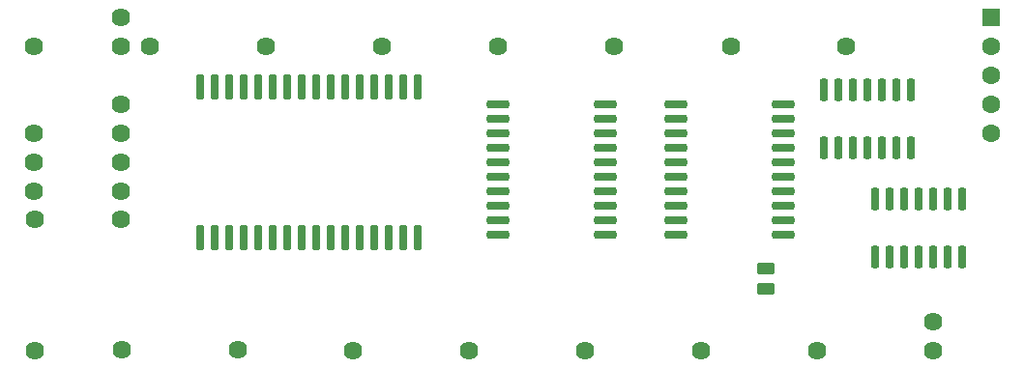
<source format=gts>
G04 DipTrace 5.0.0.1*
G04 mem-ext-512-sip.GTS*
%MOIN*%
G04 #@! TF.FileFunction,Soldermask,Top*
G04 #@! TF.Part,Single*
%AMOUTLINE19*
4,1,28,
-0.006428,0.042717,
0.006428,0.042717,
0.008545,0.042438,
0.010638,0.041571,
0.012436,0.040192,
0.013815,0.038394,
0.014682,0.036301,
0.014961,0.034184,
0.014961,-0.034184,
0.014682,-0.036301,
0.013815,-0.038394,
0.012436,-0.040192,
0.010638,-0.041571,
0.008545,-0.042438,
0.006428,-0.042717,
-0.006428,-0.042717,
-0.008545,-0.042438,
-0.010638,-0.041571,
-0.012436,-0.040192,
-0.013815,-0.038394,
-0.014682,-0.036301,
-0.014961,-0.034184,
-0.014961,0.034184,
-0.014682,0.036301,
-0.013815,0.038394,
-0.012436,0.040192,
-0.010638,0.041571,
-0.008545,0.042438,
-0.006428,0.042717,
0*%
%AMOUTLINE22*
4,1,28,
0.006428,-0.042717,
-0.006428,-0.042717,
-0.008545,-0.042438,
-0.010638,-0.041571,
-0.012436,-0.040192,
-0.013815,-0.038394,
-0.014682,-0.036301,
-0.014961,-0.034184,
-0.014961,0.034184,
-0.014682,0.036301,
-0.013815,0.038394,
-0.012436,0.040192,
-0.010638,0.041571,
-0.008545,0.042438,
-0.006428,0.042717,
0.006428,0.042717,
0.008545,0.042438,
0.010638,0.041571,
0.012436,0.040192,
0.013815,0.038394,
0.014682,0.036301,
0.014961,0.034184,
0.014961,-0.034184,
0.014682,-0.036301,
0.013815,-0.038394,
0.012436,-0.040192,
0.010638,-0.041571,
0.008545,-0.042438,
0.006428,-0.042717,
0*%
%AMOUTLINE25*
4,1,28,
0.038386,0.006428,
0.038386,-0.006428,
0.038121,-0.008443,
0.037293,-0.010442,
0.035976,-0.012157,
0.03426,-0.013474,
0.032262,-0.014302,
0.030247,-0.014567,
-0.030247,-0.014567,
-0.032262,-0.014302,
-0.03426,-0.013474,
-0.035976,-0.012157,
-0.037293,-0.010442,
-0.038121,-0.008443,
-0.038386,-0.006428,
-0.038386,0.006428,
-0.038121,0.008443,
-0.037293,0.010442,
-0.035976,0.012157,
-0.03426,0.013474,
-0.032262,0.014302,
-0.030247,0.014567,
0.030247,0.014567,
0.032262,0.014302,
0.03426,0.013474,
0.035976,0.012157,
0.037293,0.010442,
0.038121,0.008443,
0.038386,0.006428,
0*%
%AMOUTLINE28*
4,1,28,
-0.038386,-0.006428,
-0.038386,0.006428,
-0.038121,0.008443,
-0.037293,0.010442,
-0.035976,0.012157,
-0.03426,0.013474,
-0.032262,0.014302,
-0.030247,0.014567,
0.030247,0.014567,
0.032262,0.014302,
0.03426,0.013474,
0.035976,0.012157,
0.037293,0.010442,
0.038121,0.008443,
0.038386,0.006428,
0.038386,-0.006428,
0.038121,-0.008443,
0.037293,-0.010442,
0.035976,-0.012157,
0.03426,-0.013474,
0.032262,-0.014302,
0.030247,-0.014567,
-0.030247,-0.014567,
-0.032262,-0.014302,
-0.03426,-0.013474,
-0.035976,-0.012157,
-0.037293,-0.010442,
-0.038121,-0.008443,
-0.038386,-0.006428,
0*%
%AMOUTLINE31*
4,1,28,
0.038386,0.00643,
0.038386,-0.006427,
0.038121,-0.008442,
0.037293,-0.01044,
0.035977,-0.012156,
0.034261,-0.013472,
0.032263,-0.0143,
0.030248,-0.014566,
-0.030247,-0.014568,
-0.032262,-0.014303,
-0.03426,-0.013475,
-0.035976,-0.012159,
-0.037292,-0.010443,
-0.03812,-0.008445,
-0.038386,-0.00643,
-0.038386,0.006427,
-0.038121,0.008442,
-0.037293,0.01044,
-0.035977,0.012156,
-0.034261,0.013472,
-0.032263,0.0143,
-0.030248,0.014566,
0.030247,0.014568,
0.032262,0.014303,
0.03426,0.013475,
0.035976,0.012159,
0.037292,0.010443,
0.03812,0.008445,
0.038386,0.00643,
0*%
%AMOUTLINE34*
4,1,28,
-0.038386,-0.00643,
-0.038386,0.006427,
-0.038121,0.008442,
-0.037293,0.01044,
-0.035977,0.012156,
-0.034261,0.013472,
-0.032263,0.0143,
-0.030248,0.014566,
0.030247,0.014568,
0.032262,0.014303,
0.03426,0.013475,
0.035976,0.012159,
0.037292,0.010443,
0.03812,0.008445,
0.038386,0.00643,
0.038386,-0.006427,
0.038121,-0.008442,
0.037293,-0.01044,
0.035977,-0.012156,
0.034261,-0.013472,
0.032263,-0.0143,
0.030248,-0.014566,
-0.030247,-0.014568,
-0.032262,-0.014303,
-0.03426,-0.013475,
-0.035976,-0.012159,
-0.037292,-0.010443,
-0.03812,-0.008445,
-0.038386,-0.00643,
0*%
%AMOUTLINE37*
4,1,28,
-0.006628,0.038385,
0.006622,0.038386,
0.008637,0.038121,
0.010636,0.037294,
0.012352,0.035977,
0.013668,0.034261,
0.014496,0.032263,
0.014762,0.030248,
0.014766,-0.030246,
0.014501,-0.032261,
0.013673,-0.034259,
0.012357,-0.035975,
0.010641,-0.037292,
0.008643,-0.03812,
0.006628,-0.038385,
-0.006622,-0.038386,
-0.008637,-0.038121,
-0.010636,-0.037294,
-0.012352,-0.035977,
-0.013668,-0.034261,
-0.014496,-0.032263,
-0.014762,-0.030248,
-0.014766,0.030246,
-0.014501,0.032261,
-0.013673,0.034259,
-0.012357,0.035975,
-0.010641,0.037292,
-0.008643,0.03812,
-0.006628,0.038385,
0*%
%AMOUTLINE40*
4,1,28,
0.006628,-0.038385,
-0.006622,-0.038386,
-0.008637,-0.038121,
-0.010636,-0.037294,
-0.012352,-0.035977,
-0.013668,-0.034261,
-0.014496,-0.032263,
-0.014762,-0.030248,
-0.014766,0.030246,
-0.014501,0.032261,
-0.013673,0.034259,
-0.012357,0.035975,
-0.010641,0.037292,
-0.008643,0.03812,
-0.006628,0.038385,
0.006622,0.038386,
0.008637,0.038121,
0.010636,0.037294,
0.012352,0.035977,
0.013668,0.034261,
0.014496,0.032263,
0.014762,0.030248,
0.014766,-0.030246,
0.014501,-0.032261,
0.013673,-0.034259,
0.012357,-0.035975,
0.010641,-0.037292,
0.008643,-0.03812,
0.006628,-0.038385,
0*%
%AMOUTLINE43*
4,1,28,
-0.029921,-0.009579,
-0.029922,0.009577,
-0.029536,0.012509,
-0.028354,0.015362,
-0.026474,0.017812,
-0.024025,0.019691,
-0.021172,0.020873,
-0.01824,0.021259,
0.018239,0.02126,
0.021171,0.020874,
0.024024,0.019693,
0.026473,0.017813,
0.028353,0.015364,
0.029535,0.012511,
0.029921,0.009579,
0.029922,-0.009577,
0.029536,-0.012509,
0.028354,-0.015362,
0.026474,-0.017812,
0.024025,-0.019691,
0.021172,-0.020873,
0.01824,-0.021259,
-0.018239,-0.02126,
-0.021171,-0.020874,
-0.024024,-0.019693,
-0.026473,-0.017813,
-0.028353,-0.015364,
-0.029535,-0.012511,
-0.029921,-0.009579,
0*%
%AMOUTLINE46*
4,1,28,
0.029921,0.009579,
0.029922,-0.009577,
0.029536,-0.012509,
0.028354,-0.015362,
0.026474,-0.017812,
0.024025,-0.019691,
0.021172,-0.020873,
0.01824,-0.021259,
-0.018239,-0.02126,
-0.021171,-0.020874,
-0.024024,-0.019693,
-0.026473,-0.017813,
-0.028353,-0.015364,
-0.029535,-0.012511,
-0.029921,-0.009579,
-0.029922,0.009577,
-0.029536,0.012509,
-0.028354,0.015362,
-0.026474,0.017812,
-0.024025,0.019691,
-0.021172,0.020873,
-0.01824,0.021259,
0.018239,0.02126,
0.021171,0.020874,
0.024024,0.019693,
0.026473,0.017813,
0.028353,0.015364,
0.029535,0.012511,
0.029921,0.009579,
0*%
%ADD29C,0.062992*%
%ADD31R,0.062992X0.062992*%
%ADD33C,0.063937*%
%ADD55OUTLINE19*%
%ADD58OUTLINE22*%
%ADD61OUTLINE25*%
%ADD64OUTLINE28*%
%ADD67OUTLINE31*%
%ADD70OUTLINE34*%
%ADD73OUTLINE37*%
%ADD76OUTLINE40*%
%ADD79OUTLINE43*%
%ADD82OUTLINE46*%
%FSLAX26Y26*%
G04*
G70*
G90*
G75*
G01*
G04 TopMask*
%LPD*%
D55*
X1118701Y1083858D3*
X1168701D3*
X1218701D3*
X1268701D3*
X1318701D3*
X1368701D3*
X1418701D3*
X1468701D3*
X1518701D3*
X1568701D3*
X1618701D3*
X1668701D3*
X1718701D3*
X1768701D3*
X1818701D3*
X1868701D3*
D58*
Y1603543D3*
X1818701D3*
X1768701D3*
X1718701D3*
X1668701D3*
X1618701D3*
X1568701D3*
X1518701D3*
X1468701D3*
X1418701D3*
X1368701D3*
X1318701D3*
X1268701D3*
X1218701D3*
X1168701D3*
X1118701D3*
D61*
X2145190Y1543701D3*
Y1493701D3*
Y1443701D3*
Y1393701D3*
Y1343701D3*
Y1293701D3*
Y1243701D3*
Y1193701D3*
Y1143701D3*
Y1093701D3*
D64*
X2515663D3*
Y1143701D3*
Y1193701D3*
Y1243701D3*
Y1293701D3*
Y1343701D3*
Y1393701D3*
Y1443701D3*
Y1493701D3*
Y1543701D3*
D67*
X2758459Y1543693D3*
X2758461Y1493693D3*
X2758463Y1443693D3*
X2758465Y1393693D3*
X2758467Y1343693D3*
X2758470Y1293693D3*
X2758472Y1243693D3*
X2758474Y1193693D3*
X2758476Y1143693D3*
X2758478Y1093693D3*
D70*
X3128951Y1093709D3*
X3128949Y1143709D3*
X3128946Y1193709D3*
X3128944Y1243709D3*
X3128942Y1293709D3*
X3128940Y1343709D3*
X3128938Y1393709D3*
X3128936Y1443709D3*
X3128933Y1493709D3*
X3128931Y1543709D3*
D73*
X3268712Y1393690D3*
X3318712Y1393694D3*
X3368712Y1393697D3*
X3418712Y1393701D3*
X3468712Y1393705D3*
X3518712Y1393708D3*
X3568712Y1393712D3*
D76*
X3568697Y1593712D3*
X3518697Y1593708D3*
X3468697Y1593705D3*
X3418697Y1593701D3*
X3368697Y1593697D3*
X3318697Y1593694D3*
X3268697Y1593690D3*
D73*
X3443715Y1018686D3*
X3493715Y1018691D3*
X3543715Y1018696D3*
X3593715Y1018701D3*
X3643715Y1018706D3*
X3693715Y1018711D3*
X3743715Y1018716D3*
D76*
X3743695Y1218716D3*
X3693695Y1218711D3*
X3643695Y1218706D3*
X3593695Y1218701D3*
X3543695Y1218696D3*
X3493695Y1218691D3*
X3443695Y1218686D3*
D33*
X3643701Y793701D3*
X843701Y1743701D3*
Y1243701D3*
Y1843701D3*
Y1443701D3*
X547900Y1147900D3*
X543701Y1443701D3*
Y1243701D3*
X843701Y1343701D3*
Y1543701D3*
Y1147900D3*
X543701Y1343701D3*
X2543701Y1743701D3*
X1743701D3*
X543701D3*
X943701D3*
X2143701D3*
X2947900D3*
X3343701D3*
X1343701D3*
X2843701Y693701D3*
X2043701D3*
X847900Y697900D3*
X1247900D3*
X2443701Y693701D3*
X3243701D3*
X3643701D3*
X1643701D3*
X547900D3*
D79*
X3068706Y908465D3*
D82*
X3068704Y978937D3*
D31*
X3843696Y1843701D3*
D29*
X3843698Y1743701D3*
X3843701Y1643701D3*
X3843703Y1543701D3*
X3843706Y1443701D3*
M02*

</source>
